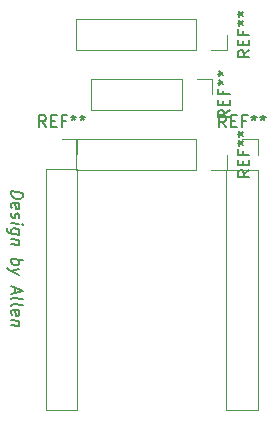
<source format=gbr>
%TF.GenerationSoftware,KiCad,Pcbnew,(6.0.5)*%
%TF.CreationDate,2022-05-30T13:32:29+08:00*%
%TF.ProjectId,keyboard_V2,6b657962-6f61-4726-945f-56322e6b6963,rev?*%
%TF.SameCoordinates,Original*%
%TF.FileFunction,Legend,Top*%
%TF.FilePolarity,Positive*%
%FSLAX46Y46*%
G04 Gerber Fmt 4.6, Leading zero omitted, Abs format (unit mm)*
G04 Created by KiCad (PCBNEW (6.0.5)) date 2022-05-30 13:32:29*
%MOMM*%
%LPD*%
G01*
G04 APERTURE LIST*
%ADD10C,0.150000*%
%ADD11C,0.120000*%
G04 APERTURE END LIST*
D10*
X32567619Y-90758660D02*
X33567619Y-90883660D01*
X33567619Y-91121755D01*
X33520000Y-91258660D01*
X33424761Y-91341994D01*
X33329523Y-91377708D01*
X33139047Y-91401517D01*
X32996190Y-91383660D01*
X32805714Y-91312232D01*
X32710476Y-91252708D01*
X32615238Y-91145565D01*
X32567619Y-90996755D01*
X32567619Y-90758660D01*
X32615238Y-92145565D02*
X32567619Y-92044375D01*
X32567619Y-91853898D01*
X32615238Y-91764613D01*
X32710476Y-91728898D01*
X33091428Y-91776517D01*
X33186666Y-91836041D01*
X33234285Y-91937232D01*
X33234285Y-92127708D01*
X33186666Y-92216994D01*
X33091428Y-92252708D01*
X32996190Y-92240803D01*
X32900952Y-91752708D01*
X32615238Y-92574136D02*
X32567619Y-92663422D01*
X32567619Y-92853898D01*
X32615238Y-92955089D01*
X32710476Y-93014613D01*
X32758095Y-93020565D01*
X32853333Y-92984851D01*
X32900952Y-92895565D01*
X32900952Y-92752708D01*
X32948571Y-92663422D01*
X33043809Y-92627708D01*
X33091428Y-92633660D01*
X33186666Y-92693184D01*
X33234285Y-92794375D01*
X33234285Y-92937232D01*
X33186666Y-93026517D01*
X32567619Y-93425327D02*
X33234285Y-93508660D01*
X33567619Y-93550327D02*
X33520000Y-93496755D01*
X33472380Y-93538422D01*
X33520000Y-93591994D01*
X33567619Y-93550327D01*
X33472380Y-93538422D01*
X33234285Y-94413422D02*
X32424761Y-94312232D01*
X32329523Y-94252708D01*
X32281904Y-94199136D01*
X32234285Y-94097946D01*
X32234285Y-93955089D01*
X32281904Y-93865803D01*
X32615238Y-94336041D02*
X32567619Y-94234851D01*
X32567619Y-94044375D01*
X32615238Y-93955089D01*
X32662857Y-93913422D01*
X32758095Y-93877708D01*
X33043809Y-93913422D01*
X33139047Y-93972946D01*
X33186666Y-94026517D01*
X33234285Y-94127708D01*
X33234285Y-94318184D01*
X33186666Y-94407470D01*
X33234285Y-94889613D02*
X32567619Y-94806279D01*
X33139047Y-94877708D02*
X33186666Y-94931279D01*
X33234285Y-95032470D01*
X33234285Y-95175327D01*
X33186666Y-95264613D01*
X33091428Y-95300327D01*
X32567619Y-95234851D01*
X32567619Y-96472946D02*
X33567619Y-96597946D01*
X33186666Y-96550327D02*
X33234285Y-96651517D01*
X33234285Y-96841994D01*
X33186666Y-96931279D01*
X33139047Y-96972946D01*
X33043809Y-97008660D01*
X32758095Y-96972946D01*
X32662857Y-96913422D01*
X32615238Y-96859851D01*
X32567619Y-96758660D01*
X32567619Y-96568184D01*
X32615238Y-96478898D01*
X33234285Y-97365803D02*
X32567619Y-97520565D01*
X33234285Y-97841994D02*
X32567619Y-97520565D01*
X32329523Y-97395565D01*
X32281904Y-97341994D01*
X32234285Y-97240803D01*
X32853333Y-98889613D02*
X32853333Y-99365803D01*
X32567619Y-98758660D02*
X33567619Y-99216994D01*
X32567619Y-99425327D01*
X32567619Y-99901517D02*
X32615238Y-99812232D01*
X32710476Y-99776517D01*
X33567619Y-99883660D01*
X32567619Y-100425327D02*
X32615238Y-100336041D01*
X32710476Y-100300327D01*
X33567619Y-100407470D01*
X32615238Y-101193184D02*
X32567619Y-101091994D01*
X32567619Y-100901517D01*
X32615238Y-100812232D01*
X32710476Y-100776517D01*
X33091428Y-100824136D01*
X33186666Y-100883660D01*
X33234285Y-100984851D01*
X33234285Y-101175327D01*
X33186666Y-101264613D01*
X33091428Y-101300327D01*
X32996190Y-101288422D01*
X32900952Y-100800327D01*
X33234285Y-101746755D02*
X32567619Y-101663422D01*
X33139047Y-101734851D02*
X33186666Y-101788422D01*
X33234285Y-101889613D01*
X33234285Y-102032470D01*
X33186666Y-102121755D01*
X33091428Y-102157470D01*
X32567619Y-102091994D01*
%TO.C,*%
%TO.C,REF\u002A\u002A*%
X51042380Y-83883333D02*
X50566190Y-84216666D01*
X51042380Y-84454761D02*
X50042380Y-84454761D01*
X50042380Y-84073809D01*
X50090000Y-83978571D01*
X50137619Y-83930952D01*
X50232857Y-83883333D01*
X50375714Y-83883333D01*
X50470952Y-83930952D01*
X50518571Y-83978571D01*
X50566190Y-84073809D01*
X50566190Y-84454761D01*
X50518571Y-83454761D02*
X50518571Y-83121428D01*
X51042380Y-82978571D02*
X51042380Y-83454761D01*
X50042380Y-83454761D01*
X50042380Y-82978571D01*
X50518571Y-82216666D02*
X50518571Y-82550000D01*
X51042380Y-82550000D02*
X50042380Y-82550000D01*
X50042380Y-82073809D01*
X50042380Y-81550000D02*
X50280476Y-81550000D01*
X50185238Y-81788095D02*
X50280476Y-81550000D01*
X50185238Y-81311904D01*
X50470952Y-81692857D02*
X50280476Y-81550000D01*
X50470952Y-81407142D01*
X50042380Y-80788095D02*
X50280476Y-80788095D01*
X50185238Y-81026190D02*
X50280476Y-80788095D01*
X50185238Y-80550000D01*
X50470952Y-80930952D02*
X50280476Y-80788095D01*
X50470952Y-80645238D01*
X52722380Y-88988333D02*
X52246190Y-89321666D01*
X52722380Y-89559761D02*
X51722380Y-89559761D01*
X51722380Y-89178809D01*
X51770000Y-89083571D01*
X51817619Y-89035952D01*
X51912857Y-88988333D01*
X52055714Y-88988333D01*
X52150952Y-89035952D01*
X52198571Y-89083571D01*
X52246190Y-89178809D01*
X52246190Y-89559761D01*
X52198571Y-88559761D02*
X52198571Y-88226428D01*
X52722380Y-88083571D02*
X52722380Y-88559761D01*
X51722380Y-88559761D01*
X51722380Y-88083571D01*
X52198571Y-87321666D02*
X52198571Y-87655000D01*
X52722380Y-87655000D02*
X51722380Y-87655000D01*
X51722380Y-87178809D01*
X51722380Y-86655000D02*
X51960476Y-86655000D01*
X51865238Y-86893095D02*
X51960476Y-86655000D01*
X51865238Y-86416904D01*
X52150952Y-86797857D02*
X51960476Y-86655000D01*
X52150952Y-86512142D01*
X51722380Y-85893095D02*
X51960476Y-85893095D01*
X51865238Y-86131190D02*
X51960476Y-85893095D01*
X51865238Y-85655000D01*
X52150952Y-86035952D02*
X51960476Y-85893095D01*
X52150952Y-85750238D01*
X35496666Y-85312380D02*
X35163333Y-84836190D01*
X34925238Y-85312380D02*
X34925238Y-84312380D01*
X35306190Y-84312380D01*
X35401428Y-84360000D01*
X35449047Y-84407619D01*
X35496666Y-84502857D01*
X35496666Y-84645714D01*
X35449047Y-84740952D01*
X35401428Y-84788571D01*
X35306190Y-84836190D01*
X34925238Y-84836190D01*
X35925238Y-84788571D02*
X36258571Y-84788571D01*
X36401428Y-85312380D02*
X35925238Y-85312380D01*
X35925238Y-84312380D01*
X36401428Y-84312380D01*
X37163333Y-84788571D02*
X36830000Y-84788571D01*
X36830000Y-85312380D02*
X36830000Y-84312380D01*
X37306190Y-84312380D01*
X37830000Y-84312380D02*
X37830000Y-84550476D01*
X37591904Y-84455238D02*
X37830000Y-84550476D01*
X38068095Y-84455238D01*
X37687142Y-84740952D02*
X37830000Y-84550476D01*
X37972857Y-84740952D01*
X38591904Y-84312380D02*
X38591904Y-84550476D01*
X38353809Y-84455238D02*
X38591904Y-84550476D01*
X38830000Y-84455238D01*
X38449047Y-84740952D02*
X38591904Y-84550476D01*
X38734761Y-84740952D01*
X50761666Y-85322380D02*
X50428333Y-84846190D01*
X50190238Y-85322380D02*
X50190238Y-84322380D01*
X50571190Y-84322380D01*
X50666428Y-84370000D01*
X50714047Y-84417619D01*
X50761666Y-84512857D01*
X50761666Y-84655714D01*
X50714047Y-84750952D01*
X50666428Y-84798571D01*
X50571190Y-84846190D01*
X50190238Y-84846190D01*
X51190238Y-84798571D02*
X51523571Y-84798571D01*
X51666428Y-85322380D02*
X51190238Y-85322380D01*
X51190238Y-84322380D01*
X51666428Y-84322380D01*
X52428333Y-84798571D02*
X52095000Y-84798571D01*
X52095000Y-85322380D02*
X52095000Y-84322380D01*
X52571190Y-84322380D01*
X53095000Y-84322380D02*
X53095000Y-84560476D01*
X52856904Y-84465238D02*
X53095000Y-84560476D01*
X53333095Y-84465238D01*
X52952142Y-84750952D02*
X53095000Y-84560476D01*
X53237857Y-84750952D01*
X53856904Y-84322380D02*
X53856904Y-84560476D01*
X53618809Y-84465238D02*
X53856904Y-84560476D01*
X54095000Y-84465238D01*
X53714047Y-84750952D02*
X53856904Y-84560476D01*
X53999761Y-84750952D01*
X52722380Y-78828333D02*
X52246190Y-79161666D01*
X52722380Y-79399761D02*
X51722380Y-79399761D01*
X51722380Y-79018809D01*
X51770000Y-78923571D01*
X51817619Y-78875952D01*
X51912857Y-78828333D01*
X52055714Y-78828333D01*
X52150952Y-78875952D01*
X52198571Y-78923571D01*
X52246190Y-79018809D01*
X52246190Y-79399761D01*
X52198571Y-78399761D02*
X52198571Y-78066428D01*
X52722380Y-77923571D02*
X52722380Y-78399761D01*
X51722380Y-78399761D01*
X51722380Y-77923571D01*
X52198571Y-77161666D02*
X52198571Y-77495000D01*
X52722380Y-77495000D02*
X51722380Y-77495000D01*
X51722380Y-77018809D01*
X51722380Y-76495000D02*
X51960476Y-76495000D01*
X51865238Y-76733095D02*
X51960476Y-76495000D01*
X51865238Y-76256904D01*
X52150952Y-76637857D02*
X51960476Y-76495000D01*
X52150952Y-76352142D01*
X51722380Y-75733095D02*
X51960476Y-75733095D01*
X51865238Y-75971190D02*
X51960476Y-75733095D01*
X51865238Y-75495000D01*
X52150952Y-75875952D02*
X51960476Y-75733095D01*
X52150952Y-75590238D01*
D11*
X39310000Y-81220000D02*
X39310000Y-83880000D01*
X46990000Y-81220000D02*
X46990000Y-83880000D01*
X46990000Y-83880000D02*
X39310000Y-83880000D01*
X48260000Y-81220000D02*
X49590000Y-81220000D01*
X49590000Y-81220000D02*
X49590000Y-82550000D01*
X46990000Y-81220000D02*
X39310000Y-81220000D01*
X50830000Y-88985000D02*
X49500000Y-88985000D01*
X48230000Y-88985000D02*
X38010000Y-88985000D01*
X48230000Y-86325000D02*
X38010000Y-86325000D01*
X48230000Y-86325000D02*
X48230000Y-88985000D01*
X38010000Y-86325000D02*
X38010000Y-88985000D01*
X50830000Y-87655000D02*
X50830000Y-88985000D01*
X35500000Y-88900000D02*
X38160000Y-88900000D01*
X38160000Y-88900000D02*
X38160000Y-109280000D01*
X35500000Y-88900000D02*
X35500000Y-109280000D01*
X38160000Y-86300000D02*
X38160000Y-87630000D01*
X35500000Y-109280000D02*
X38160000Y-109280000D01*
X36830000Y-86300000D02*
X38160000Y-86300000D01*
X53425000Y-86310000D02*
X53425000Y-87640000D01*
X50765000Y-88910000D02*
X50765000Y-109290000D01*
X50765000Y-109290000D02*
X53425000Y-109290000D01*
X50765000Y-88910000D02*
X53425000Y-88910000D01*
X53425000Y-88910000D02*
X53425000Y-109290000D01*
X52095000Y-86310000D02*
X53425000Y-86310000D01*
X48230000Y-76165000D02*
X38010000Y-76165000D01*
X38010000Y-76165000D02*
X38010000Y-78825000D01*
X48230000Y-78825000D02*
X38010000Y-78825000D01*
X50830000Y-77495000D02*
X50830000Y-78825000D01*
X48230000Y-76165000D02*
X48230000Y-78825000D01*
X50830000Y-78825000D02*
X49500000Y-78825000D01*
%TD*%
M02*

</source>
